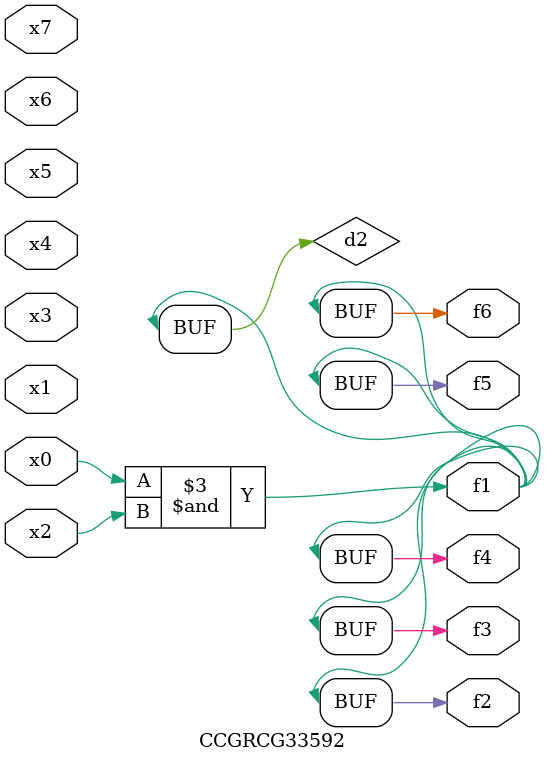
<source format=v>
module CCGRCG33592(
	input x0, x1, x2, x3, x4, x5, x6, x7,
	output f1, f2, f3, f4, f5, f6
);

	wire d1, d2;

	nor (d1, x3, x6);
	and (d2, x0, x2);
	assign f1 = d2;
	assign f2 = d2;
	assign f3 = d2;
	assign f4 = d2;
	assign f5 = d2;
	assign f6 = d2;
endmodule

</source>
